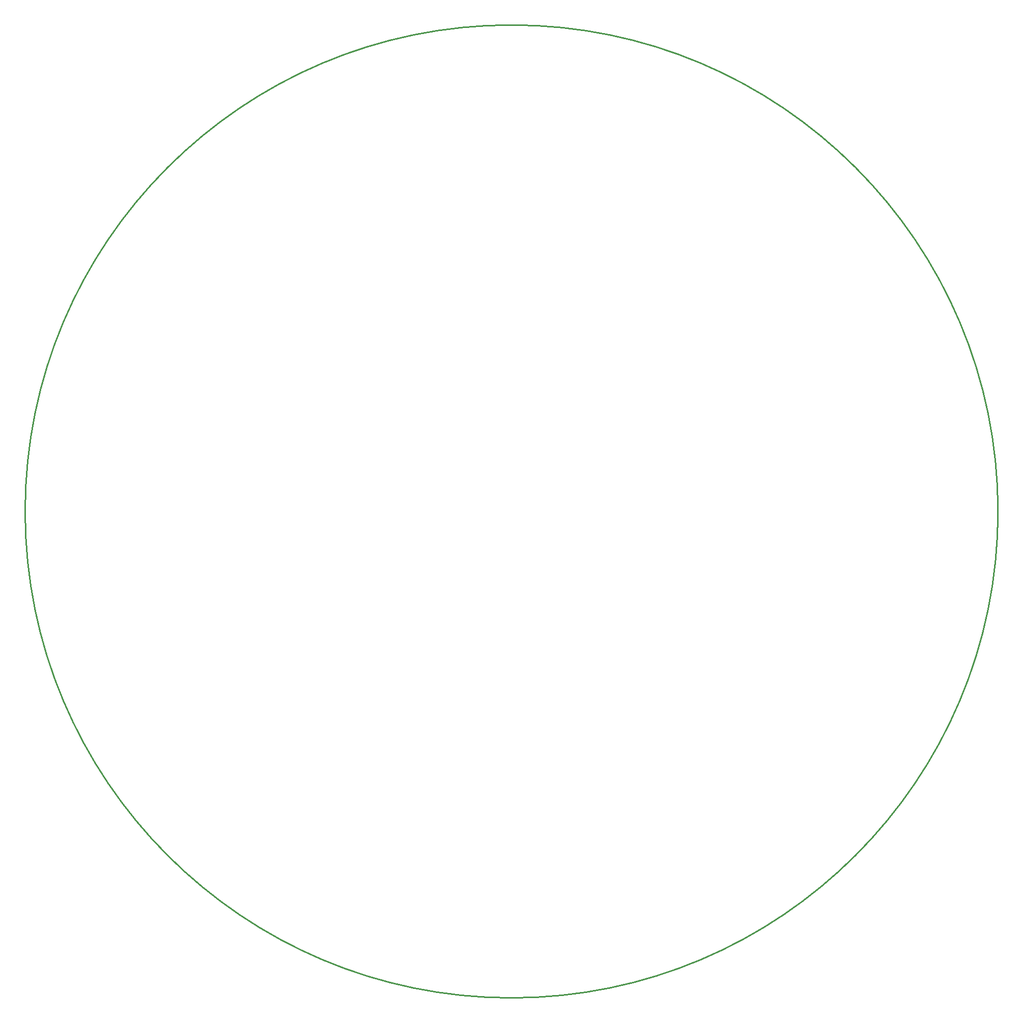
<source format=gko>
G04 Layer_Color=16711935*
%FSLAX25Y25*%
%MOIN*%
G70*
G01*
G75*
%ADD10C,0.01000*%
D10*
X318898Y-0D02*
G03*
X318898Y-0I-318898J0D01*
G01*
M02*

</source>
